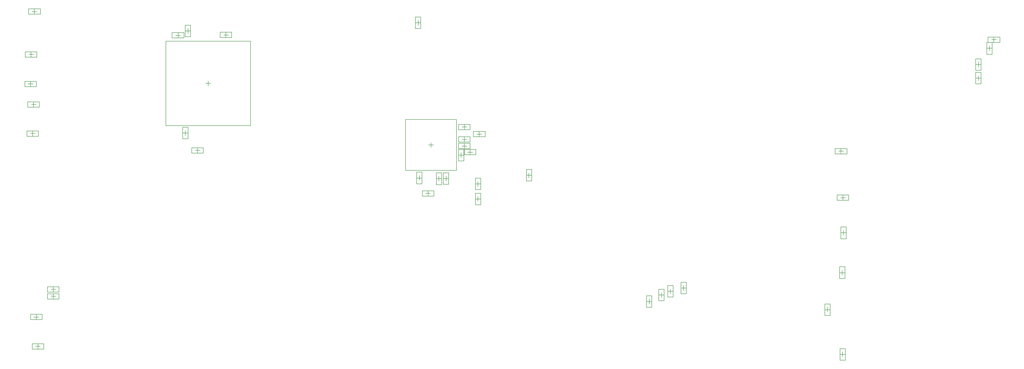
<source format=gbr>
G04 Layer_Color=32768*
%FSLAX45Y45*%
%MOMM*%
%TF.FileFunction,Mechanical*%
%TF.Part,Single*%
G01*
G75*
%TA.AperFunction,NonConductor*%
%ADD95C,0.10000*%
%ADD96C,0.05000*%
D95*
X21153999Y20523820D02*
X21264000D01*
X21153999Y20283820D02*
X21264000D01*
Y20523820D01*
X21153999Y20283820D02*
Y20523820D01*
X21209000Y20356320D02*
Y20451320D01*
X21161501Y20403819D02*
X21256500D01*
X20104980Y19796140D02*
X20214980D01*
X20104980Y20036140D02*
X20214980D01*
X20104980Y19796140D02*
Y20036140D01*
X20214980Y19796140D02*
Y20036140D01*
X20159979Y19868640D02*
Y19963640D01*
X20112480Y19916141D02*
X20207480D01*
X20107520Y20106020D02*
X20217520D01*
X20107520Y20346021D02*
X20217520D01*
X20107520Y20106020D02*
Y20346021D01*
X20217520Y20106020D02*
Y20346021D01*
X20162520Y20178520D02*
Y20273520D01*
X20115021Y20226019D02*
X20210020D01*
X19251280Y19977980D02*
Y20087981D01*
X19011279Y19977980D02*
Y20087981D01*
Y19977980D02*
X19251280D01*
X19011279Y20087981D02*
X19251280D01*
X19083780Y20032980D02*
X19178780D01*
X19131281Y19985480D02*
Y20080479D01*
X23884500Y18052400D02*
X23994501D01*
X23884500Y17812399D02*
X23994501D01*
X23884500D02*
Y18052400D01*
X23994501Y17812399D02*
Y18052400D01*
X23939500Y17884900D02*
Y17979900D01*
X23892000Y17932401D02*
X23987000D01*
X24069920Y18128600D02*
X24179919D01*
X24069920Y17888600D02*
X24179919D01*
X24069920D02*
Y18128600D01*
X24179919Y17888600D02*
Y18128600D01*
X24124921Y17961099D02*
Y18056100D01*
X24077420Y18008600D02*
X24172420D01*
X24339160Y18197180D02*
X24449159D01*
X24339160Y17957179D02*
X24449159D01*
X24339160D02*
Y18197180D01*
X24449159Y17957179D02*
Y18197180D01*
X24394160Y18029680D02*
Y18124680D01*
X24346660Y18077180D02*
X24441660D01*
X19144780Y21028661D02*
X19244780D01*
X19194780Y20978661D02*
Y21078661D01*
X10977260Y16818221D02*
Y16928220D01*
X11217260Y16818221D02*
Y16928220D01*
X10977260D02*
X11217260D01*
X10977260Y16818221D02*
X11217260D01*
X11049760Y16873219D02*
X11144760D01*
X11097260Y16825720D02*
Y16920720D01*
X10944240Y17425281D02*
Y17535280D01*
X11184240Y17425281D02*
Y17535280D01*
X10944240D02*
X11184240D01*
X10944240Y17425281D02*
X11184240D01*
X11016740Y17480280D02*
X11111740D01*
X11064240Y17432780D02*
Y17527780D01*
X18901019Y20230479D02*
X19011020D01*
X18901019Y20470480D02*
X19011020D01*
X18901019Y20230479D02*
Y20470480D01*
X19011020Y20230479D02*
Y20470480D01*
X18956020Y20302980D02*
Y20397980D01*
X18908521Y20350481D02*
X19003520D01*
X18873080Y23675960D02*
X18983080D01*
X18873080Y23435960D02*
X18983080D01*
Y23675960D01*
X18873080Y23435960D02*
Y23675960D01*
X18928081Y23508459D02*
Y23603461D01*
X18880580Y23555960D02*
X18975580D01*
X11294760Y17852000D02*
Y17962000D01*
X11534760Y17852000D02*
Y17962000D01*
X11294760D02*
X11534760D01*
X11294760Y17852000D02*
X11534760D01*
X11367260Y17907001D02*
X11462260D01*
X11414760Y17859500D02*
Y17954500D01*
X11367259Y18049242D02*
X11462261D01*
X11534762Y17994241D02*
Y18104237D01*
X11414763Y18001740D02*
Y18096741D01*
X11294758Y17994241D02*
X11534762D01*
X11294758Y18104237D02*
X11534762D01*
X11294758Y17994241D02*
Y18104237D01*
X13982700Y23249380D02*
Y23344380D01*
X13935201Y23296880D02*
X14030200D01*
X13862700Y23351880D02*
X14102699D01*
X13862700Y23241879D02*
X14102699D01*
X13862700D02*
Y23351880D01*
X14102699Y23241879D02*
Y23351880D01*
X19880580Y21095461D02*
Y21190460D01*
X19833080Y21142960D02*
X19928081D01*
X19760580Y21087959D02*
X20000580D01*
X19760580Y21197960D02*
X20000580D01*
Y21087959D02*
Y21197960D01*
X19760580Y21087959D02*
Y21197960D01*
X10957560Y22855679D02*
Y22950681D01*
X10910060Y22903180D02*
X11005060D01*
X10837560Y22848180D02*
X11077560D01*
X10837560Y22958180D02*
X11077560D01*
Y22848180D02*
Y22958180D01*
X10837560Y22848180D02*
Y22958180D01*
X10947400Y22246080D02*
Y22341080D01*
X10899900Y22293581D02*
X10994900D01*
X10827400Y22238580D02*
X11067400D01*
X10827400Y22348579D02*
X11067400D01*
Y22238580D02*
Y22348579D01*
X10827400Y22238580D02*
Y22348579D01*
X11008360Y21821899D02*
Y21916901D01*
X10960860Y21869400D02*
X11055860D01*
X10888360Y21814400D02*
X11128360D01*
X10888360Y21924400D02*
X11128360D01*
Y21814400D02*
Y21924400D01*
X10888360Y21814400D02*
Y21924400D01*
X10990580Y21219920D02*
Y21314920D01*
X10943080Y21267419D02*
X11038080D01*
X10870580Y21212421D02*
X11110580D01*
X10870580Y21322420D02*
X11110580D01*
Y21212421D02*
Y21322420D01*
X10870580Y21212421D02*
Y21322420D01*
X14085060Y21277580D02*
X14180060D01*
X14132561Y21230080D02*
Y21325079D01*
X14077560Y21157581D02*
Y21397580D01*
X14187560Y21157581D02*
Y21397580D01*
X14077560Y21157581D02*
X14187560D01*
X14077560Y21397580D02*
X14187560D01*
X30422339Y22410420D02*
X30517340D01*
X30469839Y22362920D02*
Y22457919D01*
X30524841Y22290421D02*
Y22530420D01*
X30414841Y22290421D02*
Y22530420D01*
X30524841D01*
X30414841Y22290421D02*
X30524841D01*
X30422339Y22692360D02*
X30517340D01*
X30469839Y22644859D02*
Y22739861D01*
X30524841Y22572360D02*
Y22812360D01*
X30414841Y22572360D02*
Y22812360D01*
X30524841D01*
X30414841Y22572360D02*
X30524841D01*
X11026140Y23737061D02*
Y23832060D01*
X10978640Y23784560D02*
X11073640D01*
X10906140Y23839560D02*
X11146140D01*
X10906140Y23729559D02*
X11146140D01*
X10906140D02*
Y23839560D01*
X11146140Y23729559D02*
Y23839560D01*
X30739841Y23205440D02*
X30834839D01*
X30667340Y23260440D02*
X30907339D01*
X30667340Y23150439D02*
Y23260440D01*
X30787341Y23157941D02*
Y23252940D01*
X30907339Y23150439D02*
Y23260440D01*
X30667340Y23150439D02*
X30907339D01*
X30698441Y22980141D02*
Y23075140D01*
X30753439Y22907640D02*
Y23147639D01*
X30643439D02*
X30753439D01*
X30650940Y23027640D02*
X30745941D01*
X30643439Y22907640D02*
X30753439D01*
X30643439D02*
Y23147639D01*
X14970760Y23254460D02*
Y23349460D01*
X14923260Y23301961D02*
X15018260D01*
X14850760Y23246960D02*
X15090759D01*
X14850760Y23356960D02*
X15090759D01*
Y23246960D02*
Y23356960D01*
X14850760Y23246960D02*
Y23356960D01*
X14386560Y20874480D02*
Y20969479D01*
X14339059Y20921980D02*
X14434061D01*
X14266560Y20976981D02*
X14506560D01*
X14266560Y20866980D02*
X14506560D01*
X14266560D02*
Y20976981D01*
X14506560Y20866980D02*
Y20976981D01*
X27637741Y20854160D02*
Y20949159D01*
X27590240Y20901660D02*
X27685239D01*
X27517740Y20846660D02*
X27757739D01*
X27517740Y20956660D02*
X27757739D01*
Y20846660D02*
Y20956660D01*
X27517740Y20846660D02*
Y20956660D01*
X27678381Y19894040D02*
Y19989040D01*
X27630881Y19941541D02*
X27725879D01*
X27558380Y19886540D02*
X27798380D01*
Y19996539D01*
X27558380Y19886540D02*
Y19996539D01*
X27798380D01*
X27638501Y19217641D02*
X27733499D01*
X27685999Y19170140D02*
Y19265140D01*
X27741000Y19097639D02*
Y19337640D01*
X27631000Y19097639D02*
Y19337640D01*
X27741000D01*
X27631000Y19097639D02*
X27741000D01*
X27613101Y18394679D02*
X27708099D01*
X27660599Y18347180D02*
Y18442180D01*
X27715601Y18274680D02*
Y18514680D01*
X27605600Y18274680D02*
Y18514680D01*
X27715601D01*
X27605600Y18274680D02*
X27715601D01*
X27623260Y16708121D02*
X27718259D01*
X27670761Y16660620D02*
Y16755620D01*
X27725760Y16588120D02*
Y16828120D01*
X27615759Y16588120D02*
Y16828120D01*
X27725760D01*
X27615759Y16588120D02*
X27725760D01*
X27310840Y17630141D02*
X27405841D01*
X27358340Y17582640D02*
Y17677640D01*
X27413339Y17510139D02*
Y17750140D01*
X27303339Y17510139D02*
Y17750140D01*
X27413339D01*
X27303339Y17510139D02*
X27413339D01*
X14140939Y23385780D02*
X14235941D01*
X14188440Y23338280D02*
Y23433279D01*
X14133440Y23265781D02*
Y23505780D01*
X14243440Y23265781D02*
Y23505780D01*
X14133440Y23265781D02*
X14243440D01*
X14133440Y23505780D02*
X14243440D01*
X19457159Y20337781D02*
X19552161D01*
X19504660Y20290280D02*
Y20385280D01*
X19449660Y20217780D02*
Y20457780D01*
X19559660Y20217780D02*
Y20457780D01*
X19449660Y20217780D02*
X19559660D01*
X19449660Y20457780D02*
X19559660D01*
X19309840Y20335240D02*
X19404840D01*
X19357339Y20287740D02*
Y20382739D01*
X19302341Y20215240D02*
Y20455240D01*
X19412340Y20215240D02*
Y20455240D01*
X19302341Y20215240D02*
X19412340D01*
X19302341Y20455240D02*
X19412340D01*
X19764500Y20820380D02*
X19859500D01*
X19812000Y20772881D02*
Y20867880D01*
X19757001Y20700380D02*
Y20940379D01*
X19867000Y20700380D02*
Y20940379D01*
X19757001Y20700380D02*
X19867000D01*
X19757001Y20940379D02*
X19867000D01*
X19880580Y20960840D02*
Y21055840D01*
X19833080Y21008340D02*
X19928081D01*
X19760580Y20953340D02*
X20000580D01*
X19760580Y21063341D02*
X20000580D01*
Y20953340D02*
Y21063341D01*
X19760580Y20953340D02*
Y21063341D01*
X19997420Y20836380D02*
Y20931380D01*
X19949921Y20883881D02*
X20044920D01*
X19877420Y20938879D02*
X20117419D01*
X19877420Y20828880D02*
X20117419D01*
X19877420D02*
Y20938879D01*
X20117419Y20828880D02*
Y20938879D01*
X20187920Y21207220D02*
Y21302220D01*
X20140421Y21254720D02*
X20235420D01*
X20067920Y21199719D02*
X20307919D01*
X20067920Y21309720D02*
X20307919D01*
Y21199719D02*
Y21309720D01*
X20067920Y21199719D02*
Y21309720D01*
X19880580Y21357080D02*
Y21452080D01*
X19833080Y21404581D02*
X19928081D01*
X19760580Y21349580D02*
X20000580D01*
X19760580Y21459579D02*
X20000580D01*
Y21349580D02*
Y21459579D01*
X19760580Y21349580D02*
Y21459579D01*
X23630499Y17917780D02*
X23740500D01*
X23630499Y17677780D02*
X23740500D01*
X23630499D02*
Y17917780D01*
X23740500Y17677780D02*
Y17917780D01*
X23685500Y17750281D02*
Y17845280D01*
X23638000Y17797780D02*
X23733000D01*
X14555000Y22301199D02*
X14655000D01*
X14605000Y22251199D02*
Y22351199D01*
D96*
X19719780Y20503661D02*
Y21553661D01*
X18669780Y20503661D02*
Y21553661D01*
Y20503661D02*
X19719780D01*
X18669780Y21553661D02*
X19719780D01*
X13735001Y21431200D02*
Y23171201D01*
X15475000Y21431200D02*
Y23171201D01*
X13735001D02*
X15475000D01*
X13735001Y21431200D02*
X15475000D01*
%TF.MD5,f53dff0f0bbf6e9db981aac6d046a068*%
M02*

</source>
